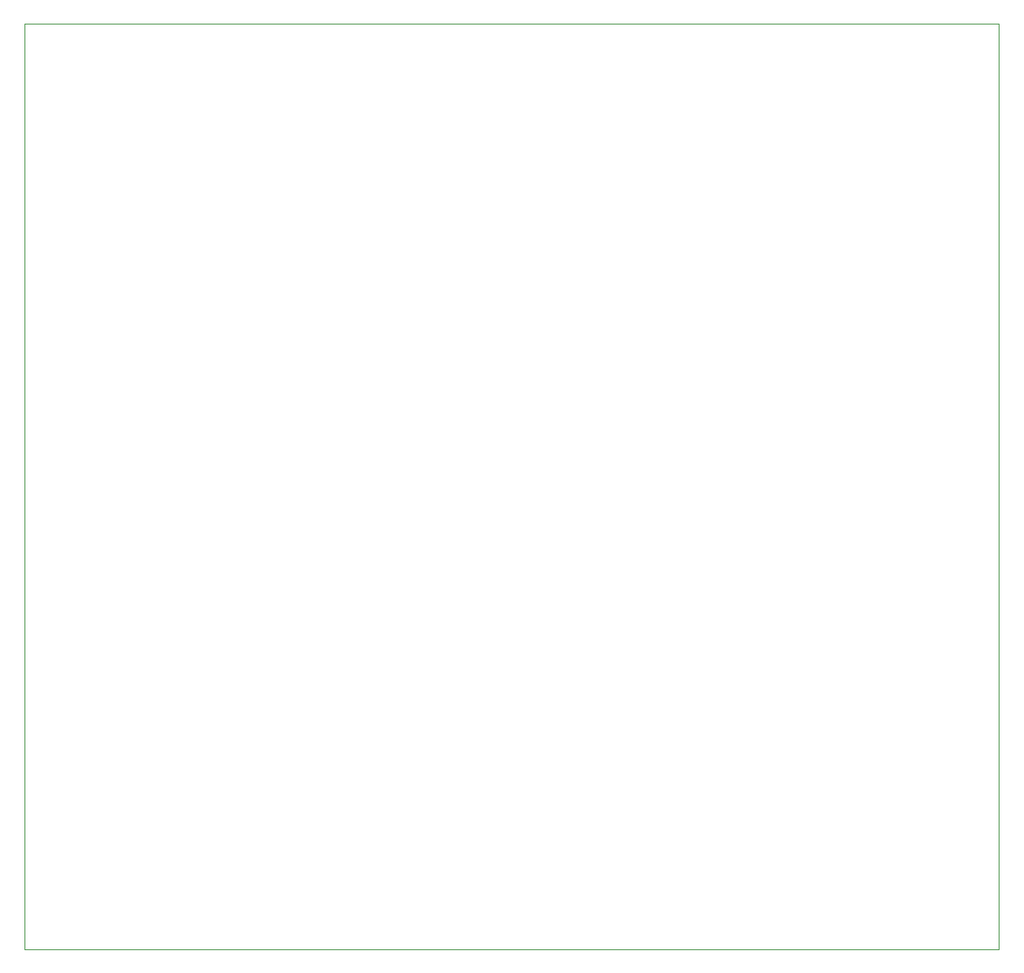
<source format=gbr>
%TF.GenerationSoftware,KiCad,Pcbnew,(5.99.0-9568-gb9d26a55f2)*%
%TF.CreationDate,2021-03-23T11:45:26+01:00*%
%TF.ProjectId,Controller,436f6e74-726f-46c6-9c65-722e6b696361,rev?*%
%TF.SameCoordinates,Original*%
%TF.FileFunction,Profile,NP*%
%FSLAX46Y46*%
G04 Gerber Fmt 4.6, Leading zero omitted, Abs format (unit mm)*
G04 Created by KiCad (PCBNEW (5.99.0-9568-gb9d26a55f2)) date 2021-03-23 11:45:26*
%MOMM*%
%LPD*%
G01*
G04 APERTURE LIST*
%TA.AperFunction,Profile*%
%ADD10C,0.100000*%
%TD*%
G04 APERTURE END LIST*
D10*
X167000000Y-29000000D02*
X167000000Y-125000000D01*
X167000000Y-125000000D02*
X66000000Y-125000000D01*
X66000000Y-125000000D02*
X66000000Y-29000000D01*
X66000000Y-29000000D02*
X167000000Y-29000000D01*
M02*

</source>
